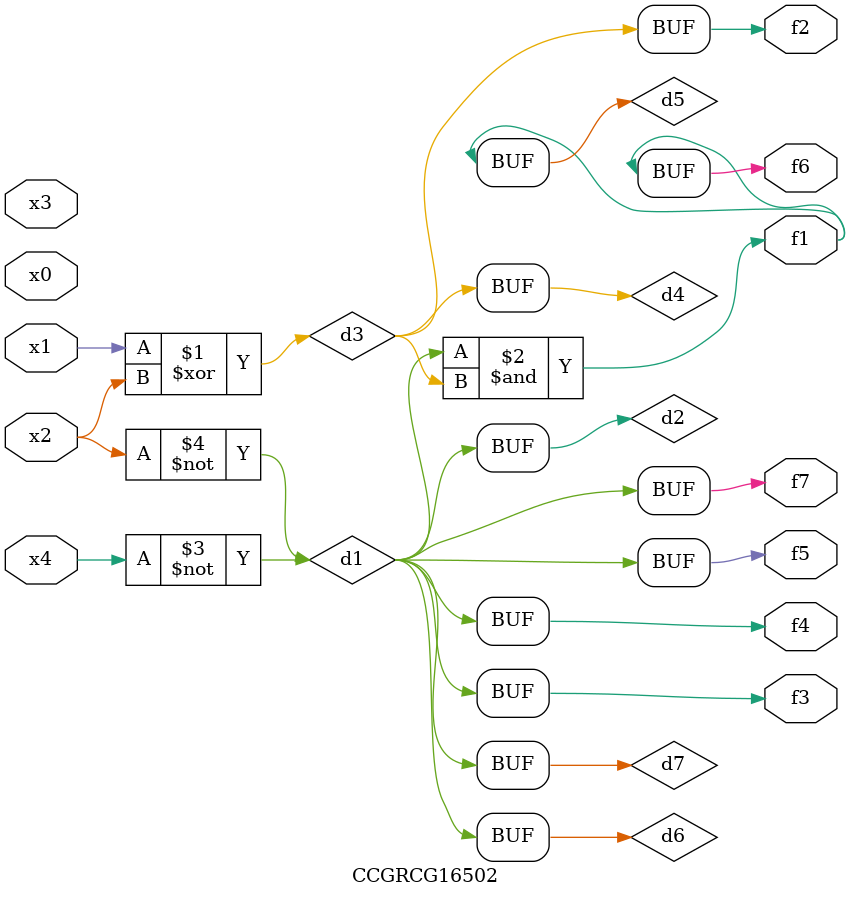
<source format=v>
module CCGRCG16502(
	input x0, x1, x2, x3, x4,
	output f1, f2, f3, f4, f5, f6, f7
);

	wire d1, d2, d3, d4, d5, d6, d7;

	not (d1, x4);
	not (d2, x2);
	xor (d3, x1, x2);
	buf (d4, d3);
	and (d5, d1, d3);
	buf (d6, d1, d2);
	buf (d7, d2);
	assign f1 = d5;
	assign f2 = d4;
	assign f3 = d7;
	assign f4 = d7;
	assign f5 = d7;
	assign f6 = d5;
	assign f7 = d7;
endmodule

</source>
